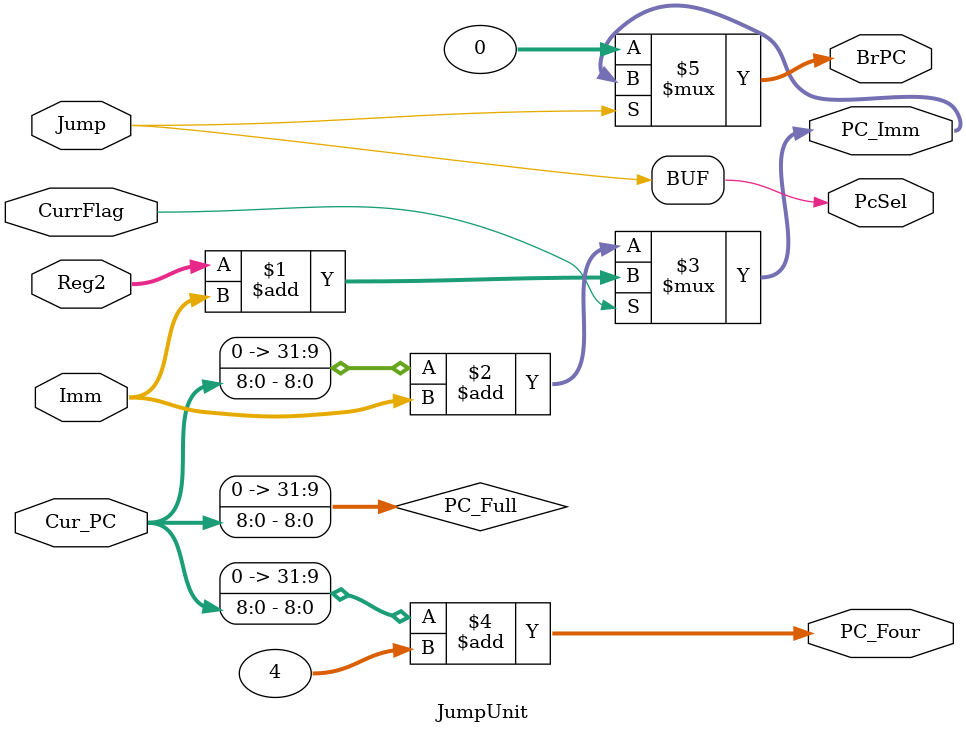
<source format=sv>
`timescale 1ns / 1ps

module JumpUnit #(
    parameter PC_W = 9
) (
    input logic [PC_W-1:0] Cur_PC, //endereço da instrução executada no momento
    input logic [31:0] Imm, //Offset 32 bits branch adress
    input logic Jump, //sinal de controle. 1 = branch em execução
    input logic CurrFlag,
    input logic [31:0] Reg2,
    output logic [31:0] PC_Imm, // Novo valor de PC caso a condição da branch seja válida depois do ImmGen
    output logic [31:0] PC_Four,
    output logic [31:0] BrPC,
    output logic PcSel //sinal de controle pra definir o valor de PC
);

  logic [31:0] PC_Full;

  assign PC_Full = {23'b0, Cur_PC};

  assign PC_Imm = (CurrFlag ? Reg2 + Imm : PC_Full + Imm);
  assign PC_Four = PC_Full + 32'b100;

  assign BrPC = (Jump) ? PC_Imm : 32'b0;
  assign PcSel = Jump;

endmodule

</source>
